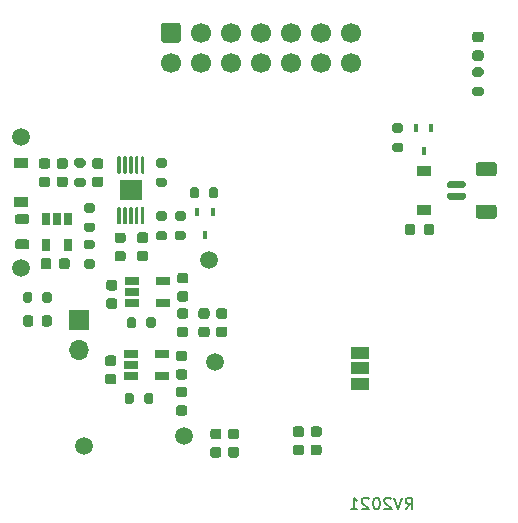
<source format=gbr>
%TF.GenerationSoftware,KiCad,Pcbnew,5.1.10-88a1d61d58~88~ubuntu20.04.1*%
%TF.CreationDate,2021-05-19T13:37:25+03:00*%
%TF.ProjectId,isc0901b0-breakout,69736330-3930-4316-9230-2d627265616b,rev2*%
%TF.SameCoordinates,Original*%
%TF.FileFunction,Soldermask,Bot*%
%TF.FilePolarity,Negative*%
%FSLAX46Y46*%
G04 Gerber Fmt 4.6, Leading zero omitted, Abs format (unit mm)*
G04 Created by KiCad (PCBNEW 5.1.10-88a1d61d58~88~ubuntu20.04.1) date 2021-05-19 13:37:25*
%MOMM*%
%LPD*%
G01*
G04 APERTURE LIST*
%ADD10C,0.200000*%
%ADD11C,1.500000*%
%ADD12R,0.450000X0.700000*%
%ADD13C,1.700000*%
%ADD14R,1.200000X0.900000*%
%ADD15R,1.880000X1.680000*%
%ADD16R,1.220000X0.650000*%
%ADD17R,0.650000X1.060000*%
%ADD18R,1.500000X1.000000*%
%ADD19O,1.700000X1.700000*%
%ADD20R,1.700000X1.700000*%
G04 APERTURE END LIST*
D10*
X78873809Y-138952380D02*
X79207142Y-138476190D01*
X79445238Y-138952380D02*
X79445238Y-137952380D01*
X79064285Y-137952380D01*
X78969047Y-138000000D01*
X78921428Y-138047619D01*
X78873809Y-138142857D01*
X78873809Y-138285714D01*
X78921428Y-138380952D01*
X78969047Y-138428571D01*
X79064285Y-138476190D01*
X79445238Y-138476190D01*
X78588095Y-137952380D02*
X78254761Y-138952380D01*
X77921428Y-137952380D01*
X77635714Y-138047619D02*
X77588095Y-138000000D01*
X77492857Y-137952380D01*
X77254761Y-137952380D01*
X77159523Y-138000000D01*
X77111904Y-138047619D01*
X77064285Y-138142857D01*
X77064285Y-138238095D01*
X77111904Y-138380952D01*
X77683333Y-138952380D01*
X77064285Y-138952380D01*
X76445238Y-137952380D02*
X76350000Y-137952380D01*
X76254761Y-138000000D01*
X76207142Y-138047619D01*
X76159523Y-138142857D01*
X76111904Y-138333333D01*
X76111904Y-138571428D01*
X76159523Y-138761904D01*
X76207142Y-138857142D01*
X76254761Y-138904761D01*
X76350000Y-138952380D01*
X76445238Y-138952380D01*
X76540476Y-138904761D01*
X76588095Y-138857142D01*
X76635714Y-138761904D01*
X76683333Y-138571428D01*
X76683333Y-138333333D01*
X76635714Y-138142857D01*
X76588095Y-138047619D01*
X76540476Y-138000000D01*
X76445238Y-137952380D01*
X75730952Y-138047619D02*
X75683333Y-138000000D01*
X75588095Y-137952380D01*
X75350000Y-137952380D01*
X75254761Y-138000000D01*
X75207142Y-138047619D01*
X75159523Y-138142857D01*
X75159523Y-138238095D01*
X75207142Y-138380952D01*
X75778571Y-138952380D01*
X75159523Y-138952380D01*
X74207142Y-138952380D02*
X74778571Y-138952380D01*
X74492857Y-138952380D02*
X74492857Y-137952380D01*
X74588095Y-138095238D01*
X74683333Y-138190476D01*
X74778571Y-138238095D01*
D11*
%TO.C,TP6_GND1*%
X51600000Y-133600000D03*
%TD*%
%TO.C,TP5_VBIAS1*%
X62250000Y-117800000D03*
%TD*%
%TO.C,TP4_2V5*%
X62700000Y-126450000D03*
%TD*%
%TO.C,TP3_3V3*%
X60150000Y-132750000D03*
%TD*%
%TO.C,TP2_12V1*%
X46350000Y-107400000D03*
%TD*%
%TO.C,TP1_5V1*%
X46350000Y-118550000D03*
%TD*%
%TO.C,J5*%
G36*
G01*
X86350001Y-110750000D02*
X85049999Y-110750000D01*
G75*
G02*
X84800000Y-110500001I0J249999D01*
G01*
X84800000Y-109799999D01*
G75*
G02*
X85049999Y-109550000I249999J0D01*
G01*
X86350001Y-109550000D01*
G75*
G02*
X86600000Y-109799999I0J-249999D01*
G01*
X86600000Y-110500001D01*
G75*
G02*
X86350001Y-110750000I-249999J0D01*
G01*
G37*
G36*
G01*
X86350001Y-114350000D02*
X85049999Y-114350000D01*
G75*
G02*
X84800000Y-114100001I0J249999D01*
G01*
X84800000Y-113399999D01*
G75*
G02*
X85049999Y-113150000I249999J0D01*
G01*
X86350001Y-113150000D01*
G75*
G02*
X86600000Y-113399999I0J-249999D01*
G01*
X86600000Y-114100001D01*
G75*
G02*
X86350001Y-114350000I-249999J0D01*
G01*
G37*
G36*
G01*
X83800000Y-111750000D02*
X82550000Y-111750000D01*
G75*
G02*
X82400000Y-111600000I0J150000D01*
G01*
X82400000Y-111300000D01*
G75*
G02*
X82550000Y-111150000I150000J0D01*
G01*
X83800000Y-111150000D01*
G75*
G02*
X83950000Y-111300000I0J-150000D01*
G01*
X83950000Y-111600000D01*
G75*
G02*
X83800000Y-111750000I-150000J0D01*
G01*
G37*
G36*
G01*
X83800000Y-112750000D02*
X82550000Y-112750000D01*
G75*
G02*
X82400000Y-112600000I0J150000D01*
G01*
X82400000Y-112300000D01*
G75*
G02*
X82550000Y-112150000I150000J0D01*
G01*
X83800000Y-112150000D01*
G75*
G02*
X83950000Y-112300000I0J-150000D01*
G01*
X83950000Y-112600000D01*
G75*
G02*
X83800000Y-112750000I-150000J0D01*
G01*
G37*
%TD*%
%TO.C,R12*%
G36*
G01*
X77925000Y-107925000D02*
X78475000Y-107925000D01*
G75*
G02*
X78675000Y-108125000I0J-200000D01*
G01*
X78675000Y-108525000D01*
G75*
G02*
X78475000Y-108725000I-200000J0D01*
G01*
X77925000Y-108725000D01*
G75*
G02*
X77725000Y-108525000I0J200000D01*
G01*
X77725000Y-108125000D01*
G75*
G02*
X77925000Y-107925000I200000J0D01*
G01*
G37*
G36*
G01*
X77925000Y-106275000D02*
X78475000Y-106275000D01*
G75*
G02*
X78675000Y-106475000I0J-200000D01*
G01*
X78675000Y-106875000D01*
G75*
G02*
X78475000Y-107075000I-200000J0D01*
G01*
X77925000Y-107075000D01*
G75*
G02*
X77725000Y-106875000I0J200000D01*
G01*
X77725000Y-106475000D01*
G75*
G02*
X77925000Y-106275000I200000J0D01*
G01*
G37*
%TD*%
D12*
%TO.C,Q2*%
X80400000Y-108650000D03*
X81050000Y-106650000D03*
X79750000Y-106650000D03*
%TD*%
D13*
%TO.C,J4*%
X74240000Y-101140000D03*
X71700000Y-101140000D03*
X69160000Y-101140000D03*
X66620000Y-101140000D03*
X64080000Y-101140000D03*
X61540000Y-101140000D03*
X59000000Y-101140000D03*
X74240000Y-98600000D03*
X71700000Y-98600000D03*
X69160000Y-98600000D03*
X66620000Y-98600000D03*
X64080000Y-98600000D03*
X61540000Y-98600000D03*
G36*
G01*
X58400000Y-97750000D02*
X59600000Y-97750000D01*
G75*
G02*
X59850000Y-98000000I0J-250000D01*
G01*
X59850000Y-99200000D01*
G75*
G02*
X59600000Y-99450000I-250000J0D01*
G01*
X58400000Y-99450000D01*
G75*
G02*
X58150000Y-99200000I0J250000D01*
G01*
X58150000Y-98000000D01*
G75*
G02*
X58400000Y-97750000I250000J0D01*
G01*
G37*
%TD*%
%TO.C,FB4*%
G36*
G01*
X79700000Y-114993750D02*
X79700000Y-115506250D01*
G75*
G02*
X79481250Y-115725000I-218750J0D01*
G01*
X79043750Y-115725000D01*
G75*
G02*
X78825000Y-115506250I0J218750D01*
G01*
X78825000Y-114993750D01*
G75*
G02*
X79043750Y-114775000I218750J0D01*
G01*
X79481250Y-114775000D01*
G75*
G02*
X79700000Y-114993750I0J-218750D01*
G01*
G37*
G36*
G01*
X81275000Y-114993750D02*
X81275000Y-115506250D01*
G75*
G02*
X81056250Y-115725000I-218750J0D01*
G01*
X80618750Y-115725000D01*
G75*
G02*
X80400000Y-115506250I0J218750D01*
G01*
X80400000Y-114993750D01*
G75*
G02*
X80618750Y-114775000I218750J0D01*
G01*
X81056250Y-114775000D01*
G75*
G02*
X81275000Y-114993750I0J-218750D01*
G01*
G37*
%TD*%
D14*
%TO.C,D4*%
X80450000Y-110300000D03*
X80450000Y-113600000D03*
%TD*%
%TO.C,R11*%
G36*
G01*
X47275000Y-120725000D02*
X47275000Y-121275000D01*
G75*
G02*
X47075000Y-121475000I-200000J0D01*
G01*
X46675000Y-121475000D01*
G75*
G02*
X46475000Y-121275000I0J200000D01*
G01*
X46475000Y-120725000D01*
G75*
G02*
X46675000Y-120525000I200000J0D01*
G01*
X47075000Y-120525000D01*
G75*
G02*
X47275000Y-120725000I0J-200000D01*
G01*
G37*
G36*
G01*
X48925000Y-120725000D02*
X48925000Y-121275000D01*
G75*
G02*
X48725000Y-121475000I-200000J0D01*
G01*
X48325000Y-121475000D01*
G75*
G02*
X48125000Y-121275000I0J200000D01*
G01*
X48125000Y-120725000D01*
G75*
G02*
X48325000Y-120525000I200000J0D01*
G01*
X48725000Y-120525000D01*
G75*
G02*
X48925000Y-120725000I0J-200000D01*
G01*
G37*
%TD*%
%TO.C,D3*%
G36*
G01*
X47350000Y-122743750D02*
X47350000Y-123256250D01*
G75*
G02*
X47131250Y-123475000I-218750J0D01*
G01*
X46693750Y-123475000D01*
G75*
G02*
X46475000Y-123256250I0J218750D01*
G01*
X46475000Y-122743750D01*
G75*
G02*
X46693750Y-122525000I218750J0D01*
G01*
X47131250Y-122525000D01*
G75*
G02*
X47350000Y-122743750I0J-218750D01*
G01*
G37*
G36*
G01*
X48925000Y-122743750D02*
X48925000Y-123256250D01*
G75*
G02*
X48706250Y-123475000I-218750J0D01*
G01*
X48268750Y-123475000D01*
G75*
G02*
X48050000Y-123256250I0J218750D01*
G01*
X48050000Y-122743750D01*
G75*
G02*
X48268750Y-122525000I218750J0D01*
G01*
X48706250Y-122525000D01*
G75*
G02*
X48925000Y-122743750I0J-218750D01*
G01*
G37*
%TD*%
D15*
%TO.C,U4*%
X55600000Y-111950000D03*
G36*
G01*
X54525000Y-113375000D02*
X54675000Y-113375000D01*
G75*
G02*
X54750000Y-113450000I0J-75000D01*
G01*
X54750000Y-114750000D01*
G75*
G02*
X54675000Y-114825000I-75000J0D01*
G01*
X54525000Y-114825000D01*
G75*
G02*
X54450000Y-114750000I0J75000D01*
G01*
X54450000Y-113450000D01*
G75*
G02*
X54525000Y-113375000I75000J0D01*
G01*
G37*
G36*
G01*
X55025000Y-113375000D02*
X55175000Y-113375000D01*
G75*
G02*
X55250000Y-113450000I0J-75000D01*
G01*
X55250000Y-114750000D01*
G75*
G02*
X55175000Y-114825000I-75000J0D01*
G01*
X55025000Y-114825000D01*
G75*
G02*
X54950000Y-114750000I0J75000D01*
G01*
X54950000Y-113450000D01*
G75*
G02*
X55025000Y-113375000I75000J0D01*
G01*
G37*
G36*
G01*
X55525000Y-113375000D02*
X55675000Y-113375000D01*
G75*
G02*
X55750000Y-113450000I0J-75000D01*
G01*
X55750000Y-114750000D01*
G75*
G02*
X55675000Y-114825000I-75000J0D01*
G01*
X55525000Y-114825000D01*
G75*
G02*
X55450000Y-114750000I0J75000D01*
G01*
X55450000Y-113450000D01*
G75*
G02*
X55525000Y-113375000I75000J0D01*
G01*
G37*
G36*
G01*
X56025000Y-113375000D02*
X56175000Y-113375000D01*
G75*
G02*
X56250000Y-113450000I0J-75000D01*
G01*
X56250000Y-114750000D01*
G75*
G02*
X56175000Y-114825000I-75000J0D01*
G01*
X56025000Y-114825000D01*
G75*
G02*
X55950000Y-114750000I0J75000D01*
G01*
X55950000Y-113450000D01*
G75*
G02*
X56025000Y-113375000I75000J0D01*
G01*
G37*
G36*
G01*
X56525000Y-113375000D02*
X56675000Y-113375000D01*
G75*
G02*
X56750000Y-113450000I0J-75000D01*
G01*
X56750000Y-114750000D01*
G75*
G02*
X56675000Y-114825000I-75000J0D01*
G01*
X56525000Y-114825000D01*
G75*
G02*
X56450000Y-114750000I0J75000D01*
G01*
X56450000Y-113450000D01*
G75*
G02*
X56525000Y-113375000I75000J0D01*
G01*
G37*
G36*
G01*
X56525000Y-109075000D02*
X56675000Y-109075000D01*
G75*
G02*
X56750000Y-109150000I0J-75000D01*
G01*
X56750000Y-110450000D01*
G75*
G02*
X56675000Y-110525000I-75000J0D01*
G01*
X56525000Y-110525000D01*
G75*
G02*
X56450000Y-110450000I0J75000D01*
G01*
X56450000Y-109150000D01*
G75*
G02*
X56525000Y-109075000I75000J0D01*
G01*
G37*
G36*
G01*
X56025000Y-109075000D02*
X56175000Y-109075000D01*
G75*
G02*
X56250000Y-109150000I0J-75000D01*
G01*
X56250000Y-110450000D01*
G75*
G02*
X56175000Y-110525000I-75000J0D01*
G01*
X56025000Y-110525000D01*
G75*
G02*
X55950000Y-110450000I0J75000D01*
G01*
X55950000Y-109150000D01*
G75*
G02*
X56025000Y-109075000I75000J0D01*
G01*
G37*
G36*
G01*
X55525000Y-109075000D02*
X55675000Y-109075000D01*
G75*
G02*
X55750000Y-109150000I0J-75000D01*
G01*
X55750000Y-110450000D01*
G75*
G02*
X55675000Y-110525000I-75000J0D01*
G01*
X55525000Y-110525000D01*
G75*
G02*
X55450000Y-110450000I0J75000D01*
G01*
X55450000Y-109150000D01*
G75*
G02*
X55525000Y-109075000I75000J0D01*
G01*
G37*
G36*
G01*
X55025000Y-109075000D02*
X55175000Y-109075000D01*
G75*
G02*
X55250000Y-109150000I0J-75000D01*
G01*
X55250000Y-110450000D01*
G75*
G02*
X55175000Y-110525000I-75000J0D01*
G01*
X55025000Y-110525000D01*
G75*
G02*
X54950000Y-110450000I0J75000D01*
G01*
X54950000Y-109150000D01*
G75*
G02*
X55025000Y-109075000I75000J0D01*
G01*
G37*
G36*
G01*
X54525000Y-109075000D02*
X54675000Y-109075000D01*
G75*
G02*
X54750000Y-109150000I0J-75000D01*
G01*
X54750000Y-110450000D01*
G75*
G02*
X54675000Y-110525000I-75000J0D01*
G01*
X54525000Y-110525000D01*
G75*
G02*
X54450000Y-110450000I0J75000D01*
G01*
X54450000Y-109150000D01*
G75*
G02*
X54525000Y-109075000I75000J0D01*
G01*
G37*
%TD*%
D16*
%TO.C,U3*%
X58310000Y-121500000D03*
X58310000Y-119600000D03*
X55690000Y-119600000D03*
X55690000Y-120550000D03*
X55690000Y-121500000D03*
%TD*%
%TO.C,U2*%
X58210000Y-127700000D03*
X58210000Y-125800000D03*
X55590000Y-125800000D03*
X55590000Y-126750000D03*
X55590000Y-127700000D03*
%TD*%
D17*
%TO.C,U1*%
X48420000Y-116560000D03*
X50320000Y-116560000D03*
X50320000Y-114360000D03*
X49370000Y-114360000D03*
X48420000Y-114360000D03*
%TD*%
%TO.C,R10*%
G36*
G01*
X57925000Y-115375000D02*
X58475000Y-115375000D01*
G75*
G02*
X58675000Y-115575000I0J-200000D01*
G01*
X58675000Y-115975000D01*
G75*
G02*
X58475000Y-116175000I-200000J0D01*
G01*
X57925000Y-116175000D01*
G75*
G02*
X57725000Y-115975000I0J200000D01*
G01*
X57725000Y-115575000D01*
G75*
G02*
X57925000Y-115375000I200000J0D01*
G01*
G37*
G36*
G01*
X57925000Y-113725000D02*
X58475000Y-113725000D01*
G75*
G02*
X58675000Y-113925000I0J-200000D01*
G01*
X58675000Y-114325000D01*
G75*
G02*
X58475000Y-114525000I-200000J0D01*
G01*
X57925000Y-114525000D01*
G75*
G02*
X57725000Y-114325000I0J200000D01*
G01*
X57725000Y-113925000D01*
G75*
G02*
X57925000Y-113725000I200000J0D01*
G01*
G37*
%TD*%
%TO.C,R9*%
G36*
G01*
X57925000Y-110875000D02*
X58475000Y-110875000D01*
G75*
G02*
X58675000Y-111075000I0J-200000D01*
G01*
X58675000Y-111475000D01*
G75*
G02*
X58475000Y-111675000I-200000J0D01*
G01*
X57925000Y-111675000D01*
G75*
G02*
X57725000Y-111475000I0J200000D01*
G01*
X57725000Y-111075000D01*
G75*
G02*
X57925000Y-110875000I200000J0D01*
G01*
G37*
G36*
G01*
X57925000Y-109225000D02*
X58475000Y-109225000D01*
G75*
G02*
X58675000Y-109425000I0J-200000D01*
G01*
X58675000Y-109825000D01*
G75*
G02*
X58475000Y-110025000I-200000J0D01*
G01*
X57925000Y-110025000D01*
G75*
G02*
X57725000Y-109825000I0J200000D01*
G01*
X57725000Y-109425000D01*
G75*
G02*
X57925000Y-109225000I200000J0D01*
G01*
G37*
%TD*%
%TO.C,R8*%
G36*
G01*
X59525000Y-115375000D02*
X60075000Y-115375000D01*
G75*
G02*
X60275000Y-115575000I0J-200000D01*
G01*
X60275000Y-115975000D01*
G75*
G02*
X60075000Y-116175000I-200000J0D01*
G01*
X59525000Y-116175000D01*
G75*
G02*
X59325000Y-115975000I0J200000D01*
G01*
X59325000Y-115575000D01*
G75*
G02*
X59525000Y-115375000I200000J0D01*
G01*
G37*
G36*
G01*
X59525000Y-113725000D02*
X60075000Y-113725000D01*
G75*
G02*
X60275000Y-113925000I0J-200000D01*
G01*
X60275000Y-114325000D01*
G75*
G02*
X60075000Y-114525000I-200000J0D01*
G01*
X59525000Y-114525000D01*
G75*
G02*
X59325000Y-114325000I0J200000D01*
G01*
X59325000Y-113925000D01*
G75*
G02*
X59525000Y-113725000I200000J0D01*
G01*
G37*
%TD*%
%TO.C,R7*%
G36*
G01*
X62225000Y-112425000D02*
X62225000Y-111875000D01*
G75*
G02*
X62425000Y-111675000I200000J0D01*
G01*
X62825000Y-111675000D01*
G75*
G02*
X63025000Y-111875000I0J-200000D01*
G01*
X63025000Y-112425000D01*
G75*
G02*
X62825000Y-112625000I-200000J0D01*
G01*
X62425000Y-112625000D01*
G75*
G02*
X62225000Y-112425000I0J200000D01*
G01*
G37*
G36*
G01*
X60575000Y-112425000D02*
X60575000Y-111875000D01*
G75*
G02*
X60775000Y-111675000I200000J0D01*
G01*
X61175000Y-111675000D01*
G75*
G02*
X61375000Y-111875000I0J-200000D01*
G01*
X61375000Y-112425000D01*
G75*
G02*
X61175000Y-112625000I-200000J0D01*
G01*
X60775000Y-112625000D01*
G75*
G02*
X60575000Y-112425000I0J200000D01*
G01*
G37*
%TD*%
%TO.C,R6*%
G36*
G01*
X56925000Y-123425000D02*
X56925000Y-122875000D01*
G75*
G02*
X57125000Y-122675000I200000J0D01*
G01*
X57525000Y-122675000D01*
G75*
G02*
X57725000Y-122875000I0J-200000D01*
G01*
X57725000Y-123425000D01*
G75*
G02*
X57525000Y-123625000I-200000J0D01*
G01*
X57125000Y-123625000D01*
G75*
G02*
X56925000Y-123425000I0J200000D01*
G01*
G37*
G36*
G01*
X55275000Y-123425000D02*
X55275000Y-122875000D01*
G75*
G02*
X55475000Y-122675000I200000J0D01*
G01*
X55875000Y-122675000D01*
G75*
G02*
X56075000Y-122875000I0J-200000D01*
G01*
X56075000Y-123425000D01*
G75*
G02*
X55875000Y-123625000I-200000J0D01*
G01*
X55475000Y-123625000D01*
G75*
G02*
X55275000Y-123425000I0J200000D01*
G01*
G37*
%TD*%
%TO.C,R5*%
G36*
G01*
X56725000Y-129825000D02*
X56725000Y-129275000D01*
G75*
G02*
X56925000Y-129075000I200000J0D01*
G01*
X57325000Y-129075000D01*
G75*
G02*
X57525000Y-129275000I0J-200000D01*
G01*
X57525000Y-129825000D01*
G75*
G02*
X57325000Y-130025000I-200000J0D01*
G01*
X56925000Y-130025000D01*
G75*
G02*
X56725000Y-129825000I0J200000D01*
G01*
G37*
G36*
G01*
X55075000Y-129825000D02*
X55075000Y-129275000D01*
G75*
G02*
X55275000Y-129075000I200000J0D01*
G01*
X55675000Y-129075000D01*
G75*
G02*
X55875000Y-129275000I0J-200000D01*
G01*
X55875000Y-129825000D01*
G75*
G02*
X55675000Y-130025000I-200000J0D01*
G01*
X55275000Y-130025000D01*
G75*
G02*
X55075000Y-129825000I0J200000D01*
G01*
G37*
%TD*%
%TO.C,R4*%
G36*
G01*
X51825000Y-114675000D02*
X52375000Y-114675000D01*
G75*
G02*
X52575000Y-114875000I0J-200000D01*
G01*
X52575000Y-115275000D01*
G75*
G02*
X52375000Y-115475000I-200000J0D01*
G01*
X51825000Y-115475000D01*
G75*
G02*
X51625000Y-115275000I0J200000D01*
G01*
X51625000Y-114875000D01*
G75*
G02*
X51825000Y-114675000I200000J0D01*
G01*
G37*
G36*
G01*
X51825000Y-113025000D02*
X52375000Y-113025000D01*
G75*
G02*
X52575000Y-113225000I0J-200000D01*
G01*
X52575000Y-113625000D01*
G75*
G02*
X52375000Y-113825000I-200000J0D01*
G01*
X51825000Y-113825000D01*
G75*
G02*
X51625000Y-113625000I0J200000D01*
G01*
X51625000Y-113225000D01*
G75*
G02*
X51825000Y-113025000I200000J0D01*
G01*
G37*
%TD*%
%TO.C,R3*%
G36*
G01*
X51025000Y-110875000D02*
X51575000Y-110875000D01*
G75*
G02*
X51775000Y-111075000I0J-200000D01*
G01*
X51775000Y-111475000D01*
G75*
G02*
X51575000Y-111675000I-200000J0D01*
G01*
X51025000Y-111675000D01*
G75*
G02*
X50825000Y-111475000I0J200000D01*
G01*
X50825000Y-111075000D01*
G75*
G02*
X51025000Y-110875000I200000J0D01*
G01*
G37*
G36*
G01*
X51025000Y-109225000D02*
X51575000Y-109225000D01*
G75*
G02*
X51775000Y-109425000I0J-200000D01*
G01*
X51775000Y-109825000D01*
G75*
G02*
X51575000Y-110025000I-200000J0D01*
G01*
X51025000Y-110025000D01*
G75*
G02*
X50825000Y-109825000I0J200000D01*
G01*
X50825000Y-109425000D01*
G75*
G02*
X51025000Y-109225000I200000J0D01*
G01*
G37*
%TD*%
%TO.C,R2*%
G36*
G01*
X51825000Y-117775000D02*
X52375000Y-117775000D01*
G75*
G02*
X52575000Y-117975000I0J-200000D01*
G01*
X52575000Y-118375000D01*
G75*
G02*
X52375000Y-118575000I-200000J0D01*
G01*
X51825000Y-118575000D01*
G75*
G02*
X51625000Y-118375000I0J200000D01*
G01*
X51625000Y-117975000D01*
G75*
G02*
X51825000Y-117775000I200000J0D01*
G01*
G37*
G36*
G01*
X51825000Y-116125000D02*
X52375000Y-116125000D01*
G75*
G02*
X52575000Y-116325000I0J-200000D01*
G01*
X52575000Y-116725000D01*
G75*
G02*
X52375000Y-116925000I-200000J0D01*
G01*
X51825000Y-116925000D01*
G75*
G02*
X51625000Y-116725000I0J200000D01*
G01*
X51625000Y-116325000D01*
G75*
G02*
X51825000Y-116125000I200000J0D01*
G01*
G37*
%TD*%
%TO.C,R1*%
G36*
G01*
X85275000Y-102325000D02*
X84725000Y-102325000D01*
G75*
G02*
X84525000Y-102125000I0J200000D01*
G01*
X84525000Y-101725000D01*
G75*
G02*
X84725000Y-101525000I200000J0D01*
G01*
X85275000Y-101525000D01*
G75*
G02*
X85475000Y-101725000I0J-200000D01*
G01*
X85475000Y-102125000D01*
G75*
G02*
X85275000Y-102325000I-200000J0D01*
G01*
G37*
G36*
G01*
X85275000Y-103975000D02*
X84725000Y-103975000D01*
G75*
G02*
X84525000Y-103775000I0J200000D01*
G01*
X84525000Y-103375000D01*
G75*
G02*
X84725000Y-103175000I200000J0D01*
G01*
X85275000Y-103175000D01*
G75*
G02*
X85475000Y-103375000I0J-200000D01*
G01*
X85475000Y-103775000D01*
G75*
G02*
X85275000Y-103975000I-200000J0D01*
G01*
G37*
%TD*%
D12*
%TO.C,Q1*%
X61900000Y-115750000D03*
X62550000Y-113750000D03*
X61250000Y-113750000D03*
%TD*%
%TO.C,L1*%
G36*
G01*
X46781250Y-114825000D02*
X46018750Y-114825000D01*
G75*
G02*
X45800000Y-114606250I0J218750D01*
G01*
X45800000Y-114168750D01*
G75*
G02*
X46018750Y-113950000I218750J0D01*
G01*
X46781250Y-113950000D01*
G75*
G02*
X47000000Y-114168750I0J-218750D01*
G01*
X47000000Y-114606250D01*
G75*
G02*
X46781250Y-114825000I-218750J0D01*
G01*
G37*
G36*
G01*
X46781250Y-116950000D02*
X46018750Y-116950000D01*
G75*
G02*
X45800000Y-116731250I0J218750D01*
G01*
X45800000Y-116293750D01*
G75*
G02*
X46018750Y-116075000I218750J0D01*
G01*
X46781250Y-116075000D01*
G75*
G02*
X47000000Y-116293750I0J-218750D01*
G01*
X47000000Y-116731250D01*
G75*
G02*
X46781250Y-116950000I-218750J0D01*
G01*
G37*
%TD*%
D18*
%TO.C,JP1*%
X75000000Y-128300000D03*
X75000000Y-127000000D03*
X75000000Y-125700000D03*
%TD*%
D19*
%TO.C,J3*%
X51200000Y-125490000D03*
D20*
X51200000Y-122950000D03*
%TD*%
%TO.C,FB3*%
G36*
G01*
X54956250Y-116387500D02*
X54443750Y-116387500D01*
G75*
G02*
X54225000Y-116168750I0J218750D01*
G01*
X54225000Y-115731250D01*
G75*
G02*
X54443750Y-115512500I218750J0D01*
G01*
X54956250Y-115512500D01*
G75*
G02*
X55175000Y-115731250I0J-218750D01*
G01*
X55175000Y-116168750D01*
G75*
G02*
X54956250Y-116387500I-218750J0D01*
G01*
G37*
G36*
G01*
X54956250Y-117962500D02*
X54443750Y-117962500D01*
G75*
G02*
X54225000Y-117743750I0J218750D01*
G01*
X54225000Y-117306250D01*
G75*
G02*
X54443750Y-117087500I218750J0D01*
G01*
X54956250Y-117087500D01*
G75*
G02*
X55175000Y-117306250I0J-218750D01*
G01*
X55175000Y-117743750D01*
G75*
G02*
X54956250Y-117962500I-218750J0D01*
G01*
G37*
%TD*%
%TO.C,FB2*%
G36*
G01*
X60256250Y-122800000D02*
X59743750Y-122800000D01*
G75*
G02*
X59525000Y-122581250I0J218750D01*
G01*
X59525000Y-122143750D01*
G75*
G02*
X59743750Y-121925000I218750J0D01*
G01*
X60256250Y-121925000D01*
G75*
G02*
X60475000Y-122143750I0J-218750D01*
G01*
X60475000Y-122581250D01*
G75*
G02*
X60256250Y-122800000I-218750J0D01*
G01*
G37*
G36*
G01*
X60256250Y-124375000D02*
X59743750Y-124375000D01*
G75*
G02*
X59525000Y-124156250I0J218750D01*
G01*
X59525000Y-123718750D01*
G75*
G02*
X59743750Y-123500000I218750J0D01*
G01*
X60256250Y-123500000D01*
G75*
G02*
X60475000Y-123718750I0J-218750D01*
G01*
X60475000Y-124156250D01*
G75*
G02*
X60256250Y-124375000I-218750J0D01*
G01*
G37*
%TD*%
%TO.C,FB1*%
G36*
G01*
X60156250Y-129450000D02*
X59643750Y-129450000D01*
G75*
G02*
X59425000Y-129231250I0J218750D01*
G01*
X59425000Y-128793750D01*
G75*
G02*
X59643750Y-128575000I218750J0D01*
G01*
X60156250Y-128575000D01*
G75*
G02*
X60375000Y-128793750I0J-218750D01*
G01*
X60375000Y-129231250D01*
G75*
G02*
X60156250Y-129450000I-218750J0D01*
G01*
G37*
G36*
G01*
X60156250Y-131025000D02*
X59643750Y-131025000D01*
G75*
G02*
X59425000Y-130806250I0J218750D01*
G01*
X59425000Y-130368750D01*
G75*
G02*
X59643750Y-130150000I218750J0D01*
G01*
X60156250Y-130150000D01*
G75*
G02*
X60375000Y-130368750I0J-218750D01*
G01*
X60375000Y-130806250D01*
G75*
G02*
X60156250Y-131025000I-218750J0D01*
G01*
G37*
%TD*%
D14*
%TO.C,D2*%
X46300000Y-112900000D03*
X46300000Y-109600000D03*
%TD*%
%TO.C,D1*%
G36*
G01*
X84743750Y-100100000D02*
X85256250Y-100100000D01*
G75*
G02*
X85475000Y-100318750I0J-218750D01*
G01*
X85475000Y-100756250D01*
G75*
G02*
X85256250Y-100975000I-218750J0D01*
G01*
X84743750Y-100975000D01*
G75*
G02*
X84525000Y-100756250I0J218750D01*
G01*
X84525000Y-100318750D01*
G75*
G02*
X84743750Y-100100000I218750J0D01*
G01*
G37*
G36*
G01*
X84743750Y-98525000D02*
X85256250Y-98525000D01*
G75*
G02*
X85475000Y-98743750I0J-218750D01*
G01*
X85475000Y-99181250D01*
G75*
G02*
X85256250Y-99400000I-218750J0D01*
G01*
X84743750Y-99400000D01*
G75*
G02*
X84525000Y-99181250I0J218750D01*
G01*
X84525000Y-98743750D01*
G75*
G02*
X84743750Y-98525000I218750J0D01*
G01*
G37*
%TD*%
%TO.C,C15*%
G36*
G01*
X56850000Y-116400000D02*
X56350000Y-116400000D01*
G75*
G02*
X56125000Y-116175000I0J225000D01*
G01*
X56125000Y-115725000D01*
G75*
G02*
X56350000Y-115500000I225000J0D01*
G01*
X56850000Y-115500000D01*
G75*
G02*
X57075000Y-115725000I0J-225000D01*
G01*
X57075000Y-116175000D01*
G75*
G02*
X56850000Y-116400000I-225000J0D01*
G01*
G37*
G36*
G01*
X56850000Y-117950000D02*
X56350000Y-117950000D01*
G75*
G02*
X56125000Y-117725000I0J225000D01*
G01*
X56125000Y-117275000D01*
G75*
G02*
X56350000Y-117050000I225000J0D01*
G01*
X56850000Y-117050000D01*
G75*
G02*
X57075000Y-117275000I0J-225000D01*
G01*
X57075000Y-117725000D01*
G75*
G02*
X56850000Y-117950000I-225000J0D01*
G01*
G37*
%TD*%
%TO.C,C14*%
G36*
G01*
X60250000Y-119825000D02*
X59750000Y-119825000D01*
G75*
G02*
X59525000Y-119600000I0J225000D01*
G01*
X59525000Y-119150000D01*
G75*
G02*
X59750000Y-118925000I225000J0D01*
G01*
X60250000Y-118925000D01*
G75*
G02*
X60475000Y-119150000I0J-225000D01*
G01*
X60475000Y-119600000D01*
G75*
G02*
X60250000Y-119825000I-225000J0D01*
G01*
G37*
G36*
G01*
X60250000Y-121375000D02*
X59750000Y-121375000D01*
G75*
G02*
X59525000Y-121150000I0J225000D01*
G01*
X59525000Y-120700000D01*
G75*
G02*
X59750000Y-120475000I225000J0D01*
G01*
X60250000Y-120475000D01*
G75*
G02*
X60475000Y-120700000I0J-225000D01*
G01*
X60475000Y-121150000D01*
G75*
G02*
X60250000Y-121375000I-225000J0D01*
G01*
G37*
%TD*%
%TO.C,C13*%
G36*
G01*
X60150000Y-126425000D02*
X59650000Y-126425000D01*
G75*
G02*
X59425000Y-126200000I0J225000D01*
G01*
X59425000Y-125750000D01*
G75*
G02*
X59650000Y-125525000I225000J0D01*
G01*
X60150000Y-125525000D01*
G75*
G02*
X60375000Y-125750000I0J-225000D01*
G01*
X60375000Y-126200000D01*
G75*
G02*
X60150000Y-126425000I-225000J0D01*
G01*
G37*
G36*
G01*
X60150000Y-127975000D02*
X59650000Y-127975000D01*
G75*
G02*
X59425000Y-127750000I0J225000D01*
G01*
X59425000Y-127300000D01*
G75*
G02*
X59650000Y-127075000I225000J0D01*
G01*
X60150000Y-127075000D01*
G75*
G02*
X60375000Y-127300000I0J-225000D01*
G01*
X60375000Y-127750000D01*
G75*
G02*
X60150000Y-127975000I-225000J0D01*
G01*
G37*
%TD*%
%TO.C,C12*%
G36*
G01*
X49550000Y-110775000D02*
X50050000Y-110775000D01*
G75*
G02*
X50275000Y-111000000I0J-225000D01*
G01*
X50275000Y-111450000D01*
G75*
G02*
X50050000Y-111675000I-225000J0D01*
G01*
X49550000Y-111675000D01*
G75*
G02*
X49325000Y-111450000I0J225000D01*
G01*
X49325000Y-111000000D01*
G75*
G02*
X49550000Y-110775000I225000J0D01*
G01*
G37*
G36*
G01*
X49550000Y-109225000D02*
X50050000Y-109225000D01*
G75*
G02*
X50275000Y-109450000I0J-225000D01*
G01*
X50275000Y-109900000D01*
G75*
G02*
X50050000Y-110125000I-225000J0D01*
G01*
X49550000Y-110125000D01*
G75*
G02*
X49325000Y-109900000I0J225000D01*
G01*
X49325000Y-109450000D01*
G75*
G02*
X49550000Y-109225000I225000J0D01*
G01*
G37*
%TD*%
%TO.C,C11*%
G36*
G01*
X54250000Y-120425000D02*
X53750000Y-120425000D01*
G75*
G02*
X53525000Y-120200000I0J225000D01*
G01*
X53525000Y-119750000D01*
G75*
G02*
X53750000Y-119525000I225000J0D01*
G01*
X54250000Y-119525000D01*
G75*
G02*
X54475000Y-119750000I0J-225000D01*
G01*
X54475000Y-120200000D01*
G75*
G02*
X54250000Y-120425000I-225000J0D01*
G01*
G37*
G36*
G01*
X54250000Y-121975000D02*
X53750000Y-121975000D01*
G75*
G02*
X53525000Y-121750000I0J225000D01*
G01*
X53525000Y-121300000D01*
G75*
G02*
X53750000Y-121075000I225000J0D01*
G01*
X54250000Y-121075000D01*
G75*
G02*
X54475000Y-121300000I0J-225000D01*
G01*
X54475000Y-121750000D01*
G75*
G02*
X54250000Y-121975000I-225000J0D01*
G01*
G37*
%TD*%
%TO.C,C10*%
G36*
G01*
X54150000Y-126825000D02*
X53650000Y-126825000D01*
G75*
G02*
X53425000Y-126600000I0J225000D01*
G01*
X53425000Y-126150000D01*
G75*
G02*
X53650000Y-125925000I225000J0D01*
G01*
X54150000Y-125925000D01*
G75*
G02*
X54375000Y-126150000I0J-225000D01*
G01*
X54375000Y-126600000D01*
G75*
G02*
X54150000Y-126825000I-225000J0D01*
G01*
G37*
G36*
G01*
X54150000Y-128375000D02*
X53650000Y-128375000D01*
G75*
G02*
X53425000Y-128150000I0J225000D01*
G01*
X53425000Y-127700000D01*
G75*
G02*
X53650000Y-127475000I225000J0D01*
G01*
X54150000Y-127475000D01*
G75*
G02*
X54375000Y-127700000I0J-225000D01*
G01*
X54375000Y-128150000D01*
G75*
G02*
X54150000Y-128375000I-225000J0D01*
G01*
G37*
%TD*%
%TO.C,C9*%
G36*
G01*
X48050000Y-110775000D02*
X48550000Y-110775000D01*
G75*
G02*
X48775000Y-111000000I0J-225000D01*
G01*
X48775000Y-111450000D01*
G75*
G02*
X48550000Y-111675000I-225000J0D01*
G01*
X48050000Y-111675000D01*
G75*
G02*
X47825000Y-111450000I0J225000D01*
G01*
X47825000Y-111000000D01*
G75*
G02*
X48050000Y-110775000I225000J0D01*
G01*
G37*
G36*
G01*
X48050000Y-109225000D02*
X48550000Y-109225000D01*
G75*
G02*
X48775000Y-109450000I0J-225000D01*
G01*
X48775000Y-109900000D01*
G75*
G02*
X48550000Y-110125000I-225000J0D01*
G01*
X48050000Y-110125000D01*
G75*
G02*
X47825000Y-109900000I0J225000D01*
G01*
X47825000Y-109450000D01*
G75*
G02*
X48050000Y-109225000I225000J0D01*
G01*
G37*
%TD*%
%TO.C,C8*%
G36*
G01*
X52550000Y-110775000D02*
X53050000Y-110775000D01*
G75*
G02*
X53275000Y-111000000I0J-225000D01*
G01*
X53275000Y-111450000D01*
G75*
G02*
X53050000Y-111675000I-225000J0D01*
G01*
X52550000Y-111675000D01*
G75*
G02*
X52325000Y-111450000I0J225000D01*
G01*
X52325000Y-111000000D01*
G75*
G02*
X52550000Y-110775000I225000J0D01*
G01*
G37*
G36*
G01*
X52550000Y-109225000D02*
X53050000Y-109225000D01*
G75*
G02*
X53275000Y-109450000I0J-225000D01*
G01*
X53275000Y-109900000D01*
G75*
G02*
X53050000Y-110125000I-225000J0D01*
G01*
X52550000Y-110125000D01*
G75*
G02*
X52325000Y-109900000I0J225000D01*
G01*
X52325000Y-109450000D01*
G75*
G02*
X52550000Y-109225000I225000J0D01*
G01*
G37*
%TD*%
%TO.C,C7*%
G36*
G01*
X49525000Y-118400000D02*
X49525000Y-117900000D01*
G75*
G02*
X49750000Y-117675000I225000J0D01*
G01*
X50200000Y-117675000D01*
G75*
G02*
X50425000Y-117900000I0J-225000D01*
G01*
X50425000Y-118400000D01*
G75*
G02*
X50200000Y-118625000I-225000J0D01*
G01*
X49750000Y-118625000D01*
G75*
G02*
X49525000Y-118400000I0J225000D01*
G01*
G37*
G36*
G01*
X47975000Y-118400000D02*
X47975000Y-117900000D01*
G75*
G02*
X48200000Y-117675000I225000J0D01*
G01*
X48650000Y-117675000D01*
G75*
G02*
X48875000Y-117900000I0J-225000D01*
G01*
X48875000Y-118400000D01*
G75*
G02*
X48650000Y-118625000I-225000J0D01*
G01*
X48200000Y-118625000D01*
G75*
G02*
X47975000Y-118400000I0J225000D01*
G01*
G37*
%TD*%
%TO.C,C6*%
G36*
G01*
X62050000Y-122825000D02*
X61550000Y-122825000D01*
G75*
G02*
X61325000Y-122600000I0J225000D01*
G01*
X61325000Y-122150000D01*
G75*
G02*
X61550000Y-121925000I225000J0D01*
G01*
X62050000Y-121925000D01*
G75*
G02*
X62275000Y-122150000I0J-225000D01*
G01*
X62275000Y-122600000D01*
G75*
G02*
X62050000Y-122825000I-225000J0D01*
G01*
G37*
G36*
G01*
X62050000Y-124375000D02*
X61550000Y-124375000D01*
G75*
G02*
X61325000Y-124150000I0J225000D01*
G01*
X61325000Y-123700000D01*
G75*
G02*
X61550000Y-123475000I225000J0D01*
G01*
X62050000Y-123475000D01*
G75*
G02*
X62275000Y-123700000I0J-225000D01*
G01*
X62275000Y-124150000D01*
G75*
G02*
X62050000Y-124375000I-225000J0D01*
G01*
G37*
%TD*%
%TO.C,C5*%
G36*
G01*
X63550000Y-122825000D02*
X63050000Y-122825000D01*
G75*
G02*
X62825000Y-122600000I0J225000D01*
G01*
X62825000Y-122150000D01*
G75*
G02*
X63050000Y-121925000I225000J0D01*
G01*
X63550000Y-121925000D01*
G75*
G02*
X63775000Y-122150000I0J-225000D01*
G01*
X63775000Y-122600000D01*
G75*
G02*
X63550000Y-122825000I-225000J0D01*
G01*
G37*
G36*
G01*
X63550000Y-124375000D02*
X63050000Y-124375000D01*
G75*
G02*
X62825000Y-124150000I0J225000D01*
G01*
X62825000Y-123700000D01*
G75*
G02*
X63050000Y-123475000I225000J0D01*
G01*
X63550000Y-123475000D01*
G75*
G02*
X63775000Y-123700000I0J-225000D01*
G01*
X63775000Y-124150000D01*
G75*
G02*
X63550000Y-124375000I-225000J0D01*
G01*
G37*
%TD*%
%TO.C,C4*%
G36*
G01*
X64050000Y-133675000D02*
X64550000Y-133675000D01*
G75*
G02*
X64775000Y-133900000I0J-225000D01*
G01*
X64775000Y-134350000D01*
G75*
G02*
X64550000Y-134575000I-225000J0D01*
G01*
X64050000Y-134575000D01*
G75*
G02*
X63825000Y-134350000I0J225000D01*
G01*
X63825000Y-133900000D01*
G75*
G02*
X64050000Y-133675000I225000J0D01*
G01*
G37*
G36*
G01*
X64050000Y-132125000D02*
X64550000Y-132125000D01*
G75*
G02*
X64775000Y-132350000I0J-225000D01*
G01*
X64775000Y-132800000D01*
G75*
G02*
X64550000Y-133025000I-225000J0D01*
G01*
X64050000Y-133025000D01*
G75*
G02*
X63825000Y-132800000I0J225000D01*
G01*
X63825000Y-132350000D01*
G75*
G02*
X64050000Y-132125000I225000J0D01*
G01*
G37*
%TD*%
%TO.C,C3*%
G36*
G01*
X69550000Y-133475000D02*
X70050000Y-133475000D01*
G75*
G02*
X70275000Y-133700000I0J-225000D01*
G01*
X70275000Y-134150000D01*
G75*
G02*
X70050000Y-134375000I-225000J0D01*
G01*
X69550000Y-134375000D01*
G75*
G02*
X69325000Y-134150000I0J225000D01*
G01*
X69325000Y-133700000D01*
G75*
G02*
X69550000Y-133475000I225000J0D01*
G01*
G37*
G36*
G01*
X69550000Y-131925000D02*
X70050000Y-131925000D01*
G75*
G02*
X70275000Y-132150000I0J-225000D01*
G01*
X70275000Y-132600000D01*
G75*
G02*
X70050000Y-132825000I-225000J0D01*
G01*
X69550000Y-132825000D01*
G75*
G02*
X69325000Y-132600000I0J225000D01*
G01*
X69325000Y-132150000D01*
G75*
G02*
X69550000Y-131925000I225000J0D01*
G01*
G37*
%TD*%
%TO.C,C2*%
G36*
G01*
X62550000Y-133675000D02*
X63050000Y-133675000D01*
G75*
G02*
X63275000Y-133900000I0J-225000D01*
G01*
X63275000Y-134350000D01*
G75*
G02*
X63050000Y-134575000I-225000J0D01*
G01*
X62550000Y-134575000D01*
G75*
G02*
X62325000Y-134350000I0J225000D01*
G01*
X62325000Y-133900000D01*
G75*
G02*
X62550000Y-133675000I225000J0D01*
G01*
G37*
G36*
G01*
X62550000Y-132125000D02*
X63050000Y-132125000D01*
G75*
G02*
X63275000Y-132350000I0J-225000D01*
G01*
X63275000Y-132800000D01*
G75*
G02*
X63050000Y-133025000I-225000J0D01*
G01*
X62550000Y-133025000D01*
G75*
G02*
X62325000Y-132800000I0J225000D01*
G01*
X62325000Y-132350000D01*
G75*
G02*
X62550000Y-132125000I225000J0D01*
G01*
G37*
%TD*%
%TO.C,C1*%
G36*
G01*
X71050000Y-133475000D02*
X71550000Y-133475000D01*
G75*
G02*
X71775000Y-133700000I0J-225000D01*
G01*
X71775000Y-134150000D01*
G75*
G02*
X71550000Y-134375000I-225000J0D01*
G01*
X71050000Y-134375000D01*
G75*
G02*
X70825000Y-134150000I0J225000D01*
G01*
X70825000Y-133700000D01*
G75*
G02*
X71050000Y-133475000I225000J0D01*
G01*
G37*
G36*
G01*
X71050000Y-131925000D02*
X71550000Y-131925000D01*
G75*
G02*
X71775000Y-132150000I0J-225000D01*
G01*
X71775000Y-132600000D01*
G75*
G02*
X71550000Y-132825000I-225000J0D01*
G01*
X71050000Y-132825000D01*
G75*
G02*
X70825000Y-132600000I0J225000D01*
G01*
X70825000Y-132150000D01*
G75*
G02*
X71050000Y-131925000I225000J0D01*
G01*
G37*
%TD*%
M02*

</source>
